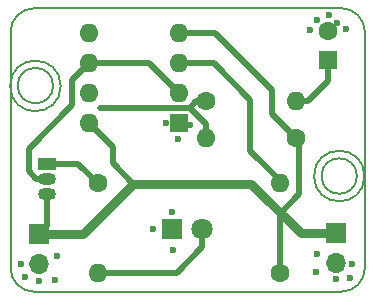
<source format=gbr>
%TF.GenerationSoftware,KiCad,Pcbnew,8.0.5*%
%TF.CreationDate,2025-07-22T16:27:50+02:00*%
%TF.ProjectId,LED_FADER,4c45445f-4641-4444-9552-2e6b69636164,rev?*%
%TF.SameCoordinates,Original*%
%TF.FileFunction,Copper,L1,Top*%
%TF.FilePolarity,Positive*%
%FSLAX46Y46*%
G04 Gerber Fmt 4.6, Leading zero omitted, Abs format (unit mm)*
G04 Created by KiCad (PCBNEW 8.0.5) date 2025-07-22 16:27:50*
%MOMM*%
%LPD*%
G01*
G04 APERTURE LIST*
%TA.AperFunction,Conductor*%
%ADD10C,0.200000*%
%TD*%
%TA.AperFunction,ComponentPad*%
%ADD11C,1.600000*%
%TD*%
%TA.AperFunction,ComponentPad*%
%ADD12O,1.600000X1.600000*%
%TD*%
%TA.AperFunction,ComponentPad*%
%ADD13R,1.700000X1.700000*%
%TD*%
%TA.AperFunction,ComponentPad*%
%ADD14O,1.700000X1.700000*%
%TD*%
%TA.AperFunction,ComponentPad*%
%ADD15O,1.500000X1.050000*%
%TD*%
%TA.AperFunction,ComponentPad*%
%ADD16R,1.500000X1.050000*%
%TD*%
%TA.AperFunction,ComponentPad*%
%ADD17R,1.800000X1.800000*%
%TD*%
%TA.AperFunction,ComponentPad*%
%ADD18C,1.800000*%
%TD*%
%TA.AperFunction,ComponentPad*%
%ADD19R,1.600000X1.600000*%
%TD*%
%TA.AperFunction,ViaPad*%
%ADD20C,0.600000*%
%TD*%
%TA.AperFunction,Conductor*%
%ADD21C,0.500000*%
%TD*%
%TA.AperFunction,Conductor*%
%ADD22C,0.750000*%
%TD*%
G04 APERTURE END LIST*
D10*
%TO.N,GND*%
X126299066Y-100160000D02*
G75*
G02*
X123300934Y-100160000I-1499066J0D01*
G01*
X123300934Y-100160000D02*
G75*
G02*
X126299066Y-100160000I1499066J0D01*
G01*
X126939059Y-100191112D02*
G75*
G02*
X122660941Y-100191112I-2139059J0D01*
G01*
X122660941Y-100191112D02*
G75*
G02*
X126939059Y-100191112I2139059J0D01*
G01*
X122700000Y-115610000D02*
X122700000Y-95610000D01*
X122700000Y-95610000D02*
G75*
G02*
X124700000Y-93610000I1999999J1D01*
G01*
X152700000Y-115610000D02*
G75*
G02*
X150700000Y-117610000I-1999999J-1D01*
G01*
X150700000Y-93610000D02*
G75*
G02*
X152700000Y-95610000I1J-1999999D01*
G01*
X152669059Y-107820000D02*
G75*
G02*
X148390941Y-107820000I-2139059J0D01*
G01*
X148390941Y-107820000D02*
G75*
G02*
X152669059Y-107820000I2139059J0D01*
G01*
X152700000Y-95610000D02*
X152700000Y-115610000D01*
X124700000Y-117610000D02*
G75*
G02*
X122700000Y-115610000I-1J1999999D01*
G01*
%TO.N,VCC*%
X152020944Y-107820000D02*
G75*
G02*
X149022812Y-107820000I-1499066J0D01*
G01*
X149022812Y-107820000D02*
G75*
G02*
X152020944Y-107820000I1499066J0D01*
G01*
%TO.N,GND*%
X124700000Y-93610000D02*
X150700000Y-93610000D01*
X150700000Y-117610000D02*
X124700000Y-117610000D01*
%TD*%
D11*
%TO.P,R3,1*%
%TO.N,Net-(U1-DIS)*%
X139220000Y-101470000D03*
D12*
%TO.P,R3,2*%
%TO.N,Net-(U1-THR)*%
X146840000Y-101470000D03*
%TD*%
D11*
%TO.P,R4,1*%
%TO.N,Net-(U2-VO)*%
X130110000Y-108440000D03*
D12*
%TO.P,R4,2*%
%TO.N,Net-(D1-A)*%
X130110000Y-116060000D03*
%TD*%
D11*
%TO.P,R1,1*%
%TO.N,VCC*%
X145490000Y-116040000D03*
D12*
%TO.P,R1,2*%
%TO.N,Net-(U1-Q)*%
X145490000Y-108420000D03*
%TD*%
%TO.P,R2,2*%
%TO.N,Net-(U1-DIS)*%
X139240000Y-104610000D03*
D11*
%TO.P,R2,1*%
%TO.N,VCC*%
X146860000Y-104610000D03*
%TD*%
D13*
%TO.P,J3,1,Pin_1*%
%TO.N,VCC*%
X125110000Y-112705000D03*
D14*
%TO.P,J3,2,Pin_2*%
%TO.N,GND*%
X125110000Y-115245000D03*
%TD*%
D15*
%TO.P,U2,3,VI*%
%TO.N,VCC*%
X125780000Y-109320000D03*
%TO.P,U2,2,GND*%
%TO.N,Net-(U1-THR)*%
X125780000Y-108050000D03*
D16*
%TO.P,U2,1,VO*%
%TO.N,Net-(U2-VO)*%
X125780000Y-106780000D03*
%TD*%
D17*
%TO.P,D1,1,K*%
%TO.N,GND*%
X136400000Y-112310000D03*
D18*
%TO.P,D1,2,A*%
%TO.N,Net-(D1-A)*%
X138940000Y-112310000D03*
%TD*%
D19*
%TO.P,U1,1,GND*%
%TO.N,GND*%
X136960000Y-103330000D03*
D12*
%TO.P,U1,2,TR*%
%TO.N,Net-(U1-THR)*%
X136960000Y-100790000D03*
%TO.P,U1,3,Q*%
%TO.N,Net-(U1-Q)*%
X136960000Y-98250000D03*
%TO.P,U1,4,R*%
%TO.N,VCC*%
X136960000Y-95710000D03*
%TO.P,U1,5,CV*%
%TO.N,unconnected-(U1-CV-Pad5)*%
X129340000Y-95710000D03*
%TO.P,U1,6,THR*%
%TO.N,Net-(U1-THR)*%
X129340000Y-98250000D03*
%TO.P,U1,7,DIS*%
%TO.N,Net-(U1-DIS)*%
X129340000Y-100790000D03*
%TO.P,U1,8,VCC*%
%TO.N,VCC*%
X129340000Y-103330000D03*
%TD*%
D19*
%TO.P,C1,1*%
%TO.N,Net-(U1-THR)*%
X149590000Y-98010000D03*
D11*
%TO.P,C1,2*%
%TO.N,GND*%
X149590000Y-95510000D03*
%TD*%
D13*
%TO.P,J2,1,Pin_1*%
%TO.N,VCC*%
X150280000Y-112665000D03*
D14*
%TO.P,J2,2,Pin_2*%
%TO.N,GND*%
X150280000Y-115205000D03*
%TD*%
D20*
%TO.N,GND*%
X151450000Y-116460000D03*
X123880000Y-116400000D03*
X148030000Y-95430000D03*
X149640000Y-94180000D03*
X125090000Y-116670000D03*
X151140000Y-95380000D03*
X148670000Y-94640000D03*
X151630000Y-115250000D03*
X135820000Y-103370000D03*
X126650000Y-114570000D03*
X148600000Y-115940000D03*
X136410000Y-114050000D03*
X150250000Y-116570000D03*
X137910000Y-103500000D03*
X136370000Y-110890000D03*
X148640000Y-114410000D03*
X150350000Y-94830000D03*
X126490000Y-116650000D03*
X123600000Y-115290000D03*
X136910000Y-104650000D03*
X134720000Y-112320000D03*
%TD*%
D21*
%TO.N,VCC*%
X136960000Y-95710000D02*
X140000000Y-95710000D01*
X144850000Y-100560000D02*
X144850000Y-102600000D01*
X140000000Y-95710000D02*
X144850000Y-100560000D01*
X144850000Y-102600000D02*
X146860000Y-104610000D01*
X145490000Y-116040000D02*
X145490000Y-111020000D01*
X145490000Y-111020000D02*
X147160000Y-109350000D01*
X147160000Y-109350000D02*
X147160000Y-104910000D01*
X147160000Y-104910000D02*
X146860000Y-104610000D01*
%TO.N,Net-(U1-THR)*%
X149590000Y-98010000D02*
X149590000Y-99790000D01*
X147910000Y-101470000D02*
X146840000Y-101470000D01*
X149590000Y-99790000D02*
X147910000Y-101470000D01*
%TO.N,VCC*%
X129340000Y-103330000D02*
X131360000Y-105350000D01*
X131360000Y-105350000D02*
X131360000Y-106750000D01*
X131360000Y-106750000D02*
X133080000Y-108470000D01*
%TO.N,Net-(U1-THR)*%
X125780000Y-108050000D02*
X124875000Y-108050000D01*
X124230000Y-107405000D02*
X124230000Y-105490000D01*
X124230000Y-105490000D02*
X127900000Y-101820000D01*
X127900000Y-101820000D02*
X127900000Y-99690000D01*
X124875000Y-108050000D02*
X124230000Y-107405000D01*
X127900000Y-99690000D02*
X129340000Y-98250000D01*
%TO.N,VCC*%
X125780000Y-109320000D02*
X125780000Y-112035000D01*
X125780000Y-112035000D02*
X125110000Y-112705000D01*
%TO.N,Net-(U2-VO)*%
X130110000Y-108440000D02*
X128450000Y-106780000D01*
X128450000Y-106780000D02*
X125780000Y-106780000D01*
%TO.N,Net-(D1-A)*%
X130110000Y-116060000D02*
X136750000Y-116060000D01*
X136750000Y-116060000D02*
X138940000Y-113870000D01*
X138940000Y-113870000D02*
X138940000Y-112310000D01*
D22*
%TO.N,VCC*%
X125110000Y-112705000D02*
X128845000Y-112705000D01*
X133080000Y-108470000D02*
X143070000Y-108470000D01*
X147265000Y-112665000D02*
X150280000Y-112665000D01*
X128845000Y-112705000D02*
X133080000Y-108470000D01*
X143070000Y-108470000D02*
X147265000Y-112665000D01*
D21*
%TO.N,Net-(U1-THR)*%
X129340000Y-98250000D02*
X134420000Y-98250000D01*
X134420000Y-98250000D02*
X136960000Y-100790000D01*
%TO.N,Net-(U1-Q)*%
X136960000Y-98250000D02*
X139910000Y-98250000D01*
X139910000Y-98250000D02*
X143000000Y-101340000D01*
X143000000Y-105690000D02*
X145830000Y-108520000D01*
X143000000Y-101340000D02*
X143000000Y-105690000D01*
%TO.N,Net-(U1-DIS)*%
X139240000Y-104610000D02*
X139240000Y-103420000D01*
X139240000Y-103420000D02*
X137850000Y-102030000D01*
X137850000Y-102030000D02*
X136460000Y-102030000D01*
X139220000Y-101470000D02*
X138410000Y-101470000D01*
X138410000Y-101470000D02*
X137850000Y-102030000D01*
X137850000Y-102030000D02*
X130270000Y-102030000D01*
%TD*%
M02*

</source>
